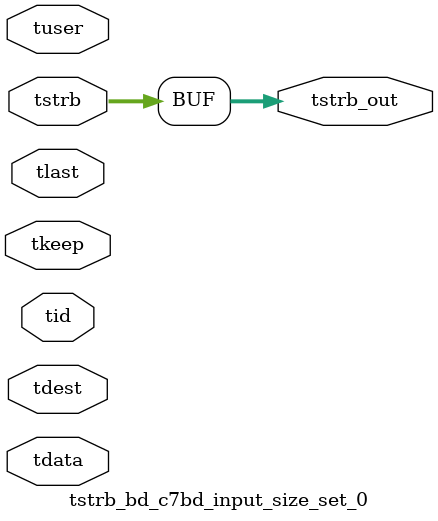
<source format=v>


`timescale 1ps/1ps

module tstrb_bd_c7bd_input_size_set_0 #
(
parameter C_S_AXIS_TDATA_WIDTH = 32,
parameter C_S_AXIS_TUSER_WIDTH = 0,
parameter C_S_AXIS_TID_WIDTH   = 0,
parameter C_S_AXIS_TDEST_WIDTH = 0,
parameter C_M_AXIS_TDATA_WIDTH = 32
)
(
input  [(C_S_AXIS_TDATA_WIDTH == 0 ? 1 : C_S_AXIS_TDATA_WIDTH)-1:0     ] tdata,
input  [(C_S_AXIS_TUSER_WIDTH == 0 ? 1 : C_S_AXIS_TUSER_WIDTH)-1:0     ] tuser,
input  [(C_S_AXIS_TID_WIDTH   == 0 ? 1 : C_S_AXIS_TID_WIDTH)-1:0       ] tid,
input  [(C_S_AXIS_TDEST_WIDTH == 0 ? 1 : C_S_AXIS_TDEST_WIDTH)-1:0     ] tdest,
input  [(C_S_AXIS_TDATA_WIDTH/8)-1:0 ] tkeep,
input  [(C_S_AXIS_TDATA_WIDTH/8)-1:0 ] tstrb,
input                                                                    tlast,
output [(C_M_AXIS_TDATA_WIDTH/8)-1:0 ] tstrb_out
);

assign tstrb_out = {tstrb[5:0]};

endmodule


</source>
